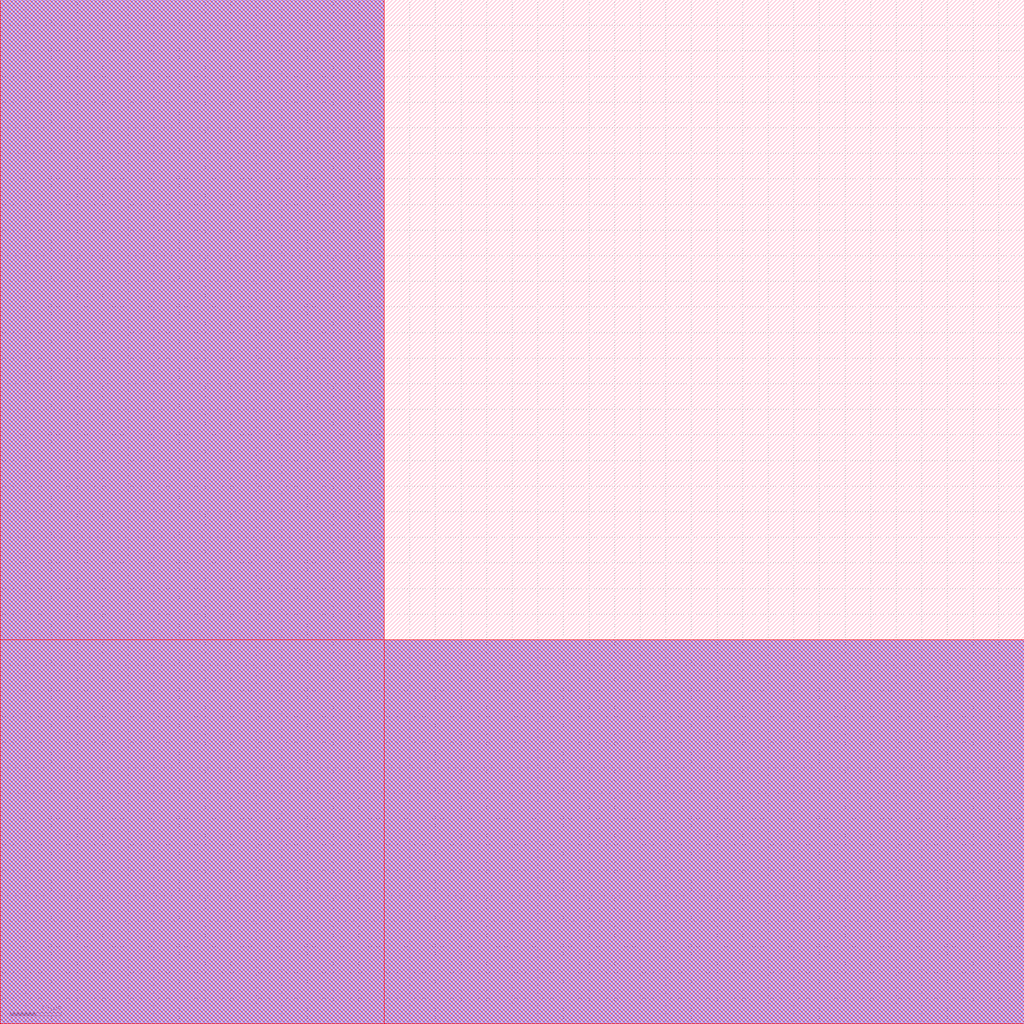
<source format=lef>
VERSION 5.7 ;
BUSBITCHARS "[]" ;
MACRO dummy_corner
  FOREIGN dummy_corner 0 0 ;
  SYMMETRY X Y R90 ;
  SIZE 200 BY 200 ;
  CLASS ENDCAP BOTTOMLEFT ;
  OBS
    LAYER metal1 ;
    RECT 0 0 75 75 ;
    RECT 75 0 200 75 ;
    RECT 0 75 75 200 ;
    LAYER metal2 ;
    RECT 0 0 75 75 ;
    RECT 75 0 200 75 ;
    RECT 0 75 75 200 ;
    LAYER metal3 ;
    RECT 0 0 75 75 ;
    RECT 75 0 200 75 ;
    RECT 0 75 75 200 ;
    LAYER metal4 ;
    RECT 0 0 75 75 ;
    RECT 75 0 200 75 ;
    RECT 0 75 75 200 ;
    LAYER OVERLAP ;
    RECT 0 0 75 75 ;
    RECT 75 0 200 75 ;
    RECT 0 75 75 200 ;
  END
END dummy_corner

END LIBRARY

</source>
